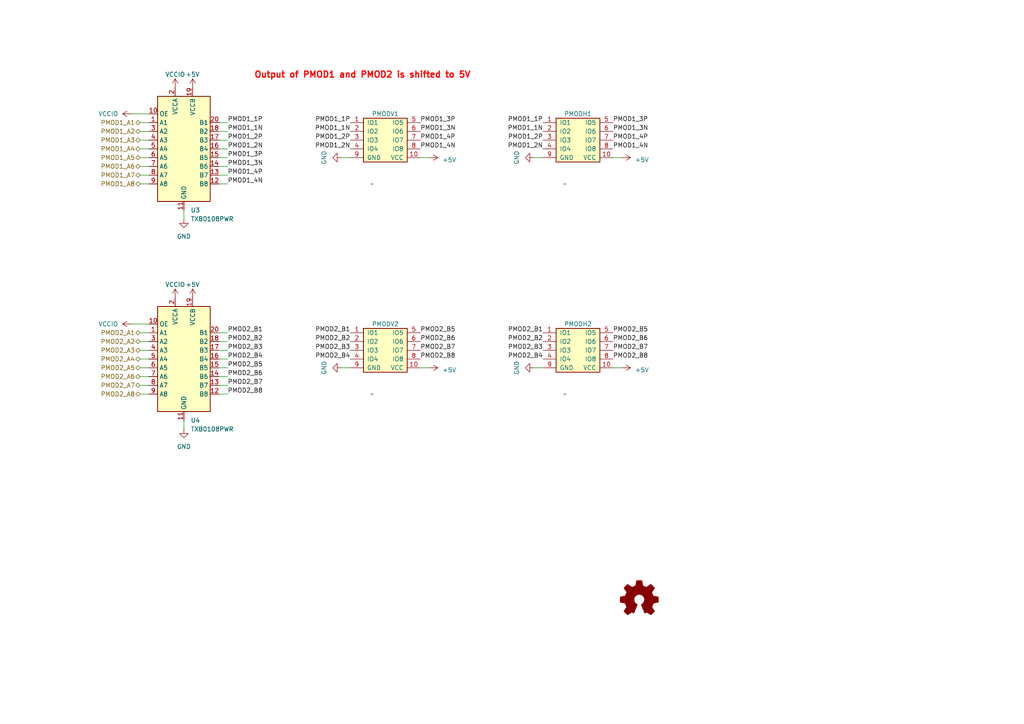
<source format=kicad_sch>
(kicad_sch (version 20230121) (generator eeschema)
  (paper "A4")
  (title_block (title "MicroZed development carrier board") (date "2023-08-19") (rev "4") (comment 1 "               License: BSD 2-Clause License") (comment 3 "               (c) 2023 Viktor Nikolov"))
  (lib_symbols
    (symbol "Graphic:Logo_Open_Hardware_Small" (in_bom no) (on_board no)
      (symbol "Logo_Open_Hardware_Small_0_1"
        (polyline (pts (xy 3.3528 -4.3434) (xy 3.302 -4.318) (xy 3.175 -4.2418) (xy 2.9972 -4.1148) (xy 2.7686 -3.9624) (xy 2.54 -3.81) (xy 2.3622 -3.7084) (xy 2.2352 -3.6068) (xy 2.1844 -3.5814) (xy 2.159 -3.6068) (xy 2.0574 -3.6576) (xy 1.905 -3.7338) (xy 1.8034 -3.7846) (xy 1.6764 -3.8354) (xy 1.6002 -3.8354) (xy 1.6002 -3.8354) (xy 1.5494 -3.7338) (xy 1.4732 -3.5306) (xy 1.3462 -3.302) (xy 1.2446 -3.0226) (xy 1.1176 -2.7178) (xy 0.9652 -2.413) (xy 0.8636 -2.1082) (xy 0.7366 -1.8288) (xy 0.6604 -1.6256) (xy 0.6096 -1.4732) (xy 0.5842 -1.397) (xy 0.5842 -1.397) (xy 0.6604 -1.3208) (xy 0.7874 -1.2446) (xy 1.0414 -1.016) (xy 1.2954 -0.6858) (xy 1.4478 -0.3302) (xy 1.524 0.0762) (xy 1.4732 0.4572) (xy 1.3208 0.8128) (xy 1.0668 1.143) (xy 0.762 1.3716) (xy 0.4064 1.524) (xy 0 1.5748) (xy -0.381 1.5494) (xy -0.7366 1.397) (xy -1.0668 1.143) (xy -1.2192 0.9906) (xy -1.397 0.6604) (xy -1.524 0.3048) (xy -1.524 0.2286) (xy -1.4986 -0.1778) (xy -1.397 -0.5334) (xy -1.1938 -0.8636) (xy -0.9144 -1.143) (xy -0.8636 -1.1684) (xy -0.7366 -1.27) (xy -0.635 -1.3462) (xy -0.5842 -1.397) (xy -1.0668 -2.5908) (xy -1.143 -2.794) (xy -1.2954 -3.1242) (xy -1.397 -3.4036) (xy -1.4986 -3.6322) (xy -1.5748 -3.7846) (xy -1.6002 -3.8354) (xy -1.6002 -3.8354) (xy -1.651 -3.8354) (xy -1.7272 -3.81) (xy -1.905 -3.7338) (xy -2.0066 -3.683) (xy -2.1336 -3.6068) (xy -2.2098 -3.5814) (xy -2.2606 -3.6068) (xy -2.3622 -3.683) (xy -2.54 -3.81) (xy -2.7686 -3.9624) (xy -2.9718 -4.0894) (xy -3.1496 -4.2164) (xy -3.302 -4.318) (xy -3.3528 -4.3434) (xy -3.3782 -4.3434) (xy -3.429 -4.318) (xy -3.5306 -4.2164) (xy -3.7084 -4.064) (xy -3.937 -3.8354) (xy -3.9624 -3.81) (xy -4.1656 -3.6068) (xy -4.318 -3.4544) (xy -4.4196 -3.3274) (xy -4.445 -3.2766) (xy -4.445 -3.2766) (xy -4.4196 -3.2258) (xy -4.318 -3.0734) (xy -4.2164 -2.8956) (xy -4.064 -2.667) (xy -3.6576 -2.0828) (xy -3.8862 -1.5494) (xy -3.937 -1.3716) (xy -4.0386 -1.1684) (xy -4.0894 -1.0414) (xy -4.1148 -0.9652) (xy -4.191 -0.9398) (xy -4.318 -0.9144) (xy -4.5466 -0.8636) (xy -4.8006 -0.8128) (xy -5.0546 -0.7874) (xy -5.2578 -0.7366) (xy -5.4356 -0.7112) (xy -5.5118 -0.6858) (xy -5.5118 -0.6858) (xy -5.5372 -0.635) (xy -5.5372 -0.5588) (xy -5.5372 -0.4318) (xy -5.5626 -0.2286) (xy -5.5626 0.0762) (xy -5.5626 0.127) (xy -5.5372 0.4064) (xy -5.5372 0.635) (xy -5.5372 0.762) (xy -5.5372 0.8382) (xy -5.5372 0.8382) (xy -5.461 0.8382) (xy -5.3086 0.889) (xy -5.08 0.9144) (xy -4.826 0.9652) (xy -4.8006 0.9906) (xy -4.5466 1.0414) (xy -4.318 1.0668) (xy -4.1656 1.1176) (xy -4.0894 1.143) (xy -4.0894 1.143) (xy -4.0386 1.2446) (xy -3.9624 1.4224) (xy -3.8608 1.6256) (xy -3.7846 1.8288) (xy -3.7084 2.0066) (xy -3.6576 2.159) (xy -3.6322 2.2098) (xy -3.6322 2.2098) (xy -3.683 2.286) (xy -3.7592 2.413) (xy -3.8862 2.5908) (xy -4.064 2.8194) (xy -4.064 2.8448) (xy -4.2164 3.0734) (xy -4.3434 3.2512) (xy -4.4196 3.3782) (xy -4.445 3.4544) (xy -4.445 3.4544) (xy -4.3942 3.5052) (xy -4.2926 3.6322) (xy -4.1148 3.81) (xy -3.937 4.0132) (xy -3.8608 4.064) (xy -3.6576 4.2926) (xy -3.5052 4.4196) (xy -3.4036 4.4958) (xy -3.3528 4.5212) (xy -3.3528 4.5212) (xy -3.302 4.4704) (xy -3.1496 4.3688) (xy -2.9718 4.2418) (xy -2.7432 4.0894) (xy -2.7178 4.0894) (xy -2.4892 3.937) (xy -2.3114 3.81) (xy -2.1844 3.7084) (xy -2.1336 3.683) (xy -2.1082 3.683) (xy -2.032 3.7084) (xy -1.8542 3.7592) (xy -1.6764 3.8354) (xy -1.4732 3.937) (xy -1.27 4.0132) (xy -1.143 4.064) (xy -1.0668 4.1148) (xy -1.0668 4.1148) (xy -1.0414 4.191) (xy -1.016 4.3434) (xy -0.9652 4.572) (xy -0.9144 4.8514) (xy -0.889 4.9022) (xy -0.8382 5.1562) (xy -0.8128 5.3848) (xy -0.7874 5.5372) (xy -0.762 5.588) (xy -0.7112 5.6134) (xy -0.5842 5.6134) (xy -0.4064 5.6134) (xy -0.1524 5.6134) (xy 0.0762 5.6134) (xy 0.3302 5.6134) (xy 0.5334 5.6134) (xy 0.6858 5.588) (xy 0.7366 5.588) (xy 0.7366 5.588) (xy 0.762 5.5118) (xy 0.8128 5.334) (xy 0.8382 5.1054) (xy 0.9144 4.826) (xy 0.9144 4.7752) (xy 0.9652 4.5212) (xy 1.016 4.2926) (xy 1.0414 4.1402) (xy 1.0668 4.0894) (xy 1.0668 4.0894) (xy 1.1938 4.0386) (xy 1.3716 3.9624) (xy 1.5748 3.8608) (xy 2.0828 3.6576) (xy 2.7178 4.0894) (xy 2.7686 4.1402) (xy 2.9972 4.2926) (xy 3.175 4.4196) (xy 3.302 4.4958) (xy 3.3782 4.5212) (xy 3.3782 4.5212) (xy 3.429 4.4704) (xy 3.556 4.3434) (xy 3.7338 4.191) (xy 3.9116 3.9878) (xy 4.064 3.8354) (xy 4.2418 3.6576) (xy 4.3434 3.556) (xy 4.4196 3.4798) (xy 4.4196 3.429) (xy 4.4196 3.4036) (xy 4.3942 3.3274) (xy 4.2926 3.2004) (xy 4.1656 2.9972) (xy 4.0132 2.794) (xy 3.8862 2.5908) (xy 3.7592 2.3876) (xy 3.6576 2.2352) (xy 3.6322 2.159) (xy 3.6322 2.1336) (xy 3.683 2.0066) (xy 3.7592 1.8288) (xy 3.8608 1.6002) (xy 4.064 1.1176) (xy 4.3942 1.0414) (xy 4.5974 1.016) (xy 4.8768 0.9652) (xy 5.1308 0.9144) (xy 5.5372 0.8382) (xy 5.5626 -0.6604) (xy 5.4864 -0.6858) (xy 5.4356 -0.6858) (xy 5.2832 -0.7366) (xy 5.0546 -0.762) (xy 4.8006 -0.8128) (xy 4.5974 -0.8636) (xy 4.3688 -0.9144) (xy 4.2164 -0.9398) (xy 4.1402 -0.9398) (xy 4.1148 -0.9652) (xy 4.064 -1.0668) (xy 3.9878 -1.2446) (xy 3.9116 -1.4478) (xy 3.81 -1.651) (xy 3.7338 -1.8542) (xy 3.683 -2.0066) (xy 3.6576 -2.0828) (xy 3.683 -2.1336) (xy 3.7846 -2.2606) (xy 3.8862 -2.4638) (xy 4.0386 -2.667) (xy 4.191 -2.8956) (xy 4.318 -3.0734) (xy 4.3942 -3.2004) (xy 4.445 -3.2766) (xy 4.4196 -3.3274) (xy 4.3434 -3.429) (xy 4.1656 -3.5814) (xy 3.937 -3.8354) (xy 3.8862 -3.8608) (xy 3.683 -4.064) (xy 3.5306 -4.2164) (xy 3.4036 -4.318) (xy 3.3528 -4.3434)) (fill (type outline)))
      )
    )
    (symbol "Viktor_symbols:PMOD_socket" (pin_names (offset 1.016))
      (property "Reference" "J" (at -3.81 10.16 0))
      (symbol "PMOD_socket_1_1"
        (rectangle (start -6.35 8.89) (end 6.35 -3.81) (stroke (width 0.254)) (fill (type background)))
        (pin bidirectional line (at -10.16 7.62 0) (length 3.81) (name "IO1") (number "1"))
        (pin power_in line (at 10.16 -2.54 180) (length 3.81) (name "VCC") (number "10"))
        (pin bidirectional line (at -10.16 5.08 0) (length 3.81) (name "IO2") (number "2"))
        (pin bidirectional line (at -10.16 2.54 0) (length 3.81) (name "IO3") (number "3"))
        (pin bidirectional line (at -10.16 0 0) (length 3.81) (name "IO4") (number "4"))
        (pin bidirectional line (at 10.16 7.62 180) (length 3.81) (name "IO5") (number "5"))
        (pin bidirectional line (at 10.16 5.08 180) (length 3.81) (name "IO6") (number "6"))
        (pin bidirectional line (at 10.16 2.54 180) (length 3.81) (name "IO7") (number "7"))
        (pin bidirectional line (at 10.16 0 180) (length 3.81) (name "IO8") (number "8"))
        (pin power_out line (at -10.16 -2.54 0) (length 3.81) (name "GND") (number "9"))
      )
    )
    (symbol "Viktor_symbols:TXB0108PWR"
      (property "Reference" "U" (at -6.35 16.51 0))
      (property "Value" "TXB0108PWR" (at 3.81 16.51 0))
      (symbol "TXB0108PWR_0_1"
        (rectangle (start -7.62 15.24) (end 7.62 -15.24) (stroke (width 0.254)) (fill (type background)))
      )
      (symbol "TXB0108PWR_1_1"
        (pin bidirectional line (at -10.16 7.62 0) (length 2.54) (name "A1") (number "1"))
        (pin input line (at -10.16 10.16 0) (length 2.54) (name "OE") (number "10"))
        (pin power_in line (at 0 -17.78 90) (length 2.54) (name "GND") (number "11"))
        (pin bidirectional line (at 10.16 -10.16 180) (length 2.54) (name "B8") (number "12"))
        (pin bidirectional line (at 10.16 -7.62 180) (length 2.54) (name "B7") (number "13"))
        (pin bidirectional line (at 10.16 -5.08 180) (length 2.54) (name "B6") (number "14"))
        (pin bidirectional line (at 10.16 -2.54 180) (length 2.54) (name "B5") (number "15"))
        (pin bidirectional line (at 10.16 0 180) (length 2.54) (name "B4") (number "16"))
        (pin bidirectional line (at 10.16 2.54 180) (length 2.54) (name "B3") (number "17"))
        (pin bidirectional line (at 10.16 5.08 180) (length 2.54) (name "B2") (number "18"))
        (pin power_in line (at 2.54 17.78 270) (length 2.54) (name "VCCB") (number "19"))
        (pin power_in line (at -2.54 17.78 270) (length 2.54) (name "VCCA") (number "2"))
        (pin bidirectional line (at 10.16 7.62 180) (length 2.54) (name "B1") (number "20"))
        (pin bidirectional line (at -10.16 5.08 0) (length 2.54) (name "A2") (number "3"))
        (pin bidirectional line (at -10.16 2.54 0) (length 2.54) (name "A3") (number "4"))
        (pin bidirectional line (at -10.16 0 0) (length 2.54) (name "A4") (number "5"))
        (pin bidirectional line (at -10.16 -2.54 0) (length 2.54) (name "A5") (number "6"))
        (pin bidirectional line (at -10.16 -5.08 0) (length 2.54) (name "A6") (number "7"))
        (pin bidirectional line (at -10.16 -7.62 0) (length 2.54) (name "A7") (number "8"))
        (pin bidirectional line (at -10.16 -10.16 0) (length 2.54) (name "A8") (number "9"))
      )
    )
    (symbol "Viktor_symbols:VCCIO" (power) (pin_names (offset 0))
      (property "Value" "VCCIO" (at 0 3.81 0))
      (symbol "VCCIO_0_1"
        (polyline (pts (xy -0.762 1.27) (xy 0 2.54)))
        (polyline (pts (xy 0 0) (xy 0 2.54)))
        (polyline (pts (xy 0 2.54) (xy 0.762 1.27)))
      )
      (symbol "VCCIO_1_1"
        (pin power_in line (at 0 0 90) (length 0) hide (name "VCCIO") (number "1"))
      )
    )
    (symbol "power:+5V" (power) (pin_names (offset 0))
      (property "Value" "+5V" (at 0 3.556 0))
      (symbol "+5V_0_1"
        (polyline (pts (xy -0.762 1.27) (xy 0 2.54)))
        (polyline (pts (xy 0 0) (xy 0 2.54)))
        (polyline (pts (xy 0 2.54) (xy 0.762 1.27)))
      )
      (symbol "+5V_1_1"
        (pin power_in line (at 0 0 90) (length 0) hide (name "+5V") (number "1"))
      )
    )
    (symbol "power:GND" (power) (pin_names (offset 0))
      (property "Value" "GND" (at 0 -3.81 0))
      (symbol "GND_0_1"
        (polyline (pts (xy 0 0) (xy 0 -1.27) (xy 1.27 -1.27) (xy 0 -2.54) (xy -1.27 -1.27) (xy 0 -1.27)))
      )
      (symbol "GND_1_1"
        (pin power_in line (at 0 0 270) (length 0) hide (name "GND") (number "1"))
      )
    )
  )
  (wire (pts (xy 40.64 96.52) (xy 43.18 96.52)))
  (wire (pts (xy 63.5 53.34) (xy 66.04 53.34)))
  (wire (pts (xy 63.5 101.6) (xy 66.04 101.6)))
  (wire (pts (xy 40.64 109.22) (xy 43.18 109.22)))
  (wire (pts (xy 38.1 33.02) (xy 43.18 33.02)))
  (wire (pts (xy 63.5 104.14) (xy 66.04 104.14)))
  (wire (pts (xy 40.64 38.1) (xy 43.18 38.1)))
  (wire (pts (xy 63.5 111.76) (xy 66.04 111.76)))
  (wire (pts (xy 154.94 45.72) (xy 157.48 45.72)))
  (wire (pts (xy 177.8 45.72) (xy 180.34 45.72)))
  (wire (pts (xy 40.64 111.76) (xy 43.18 111.76)))
  (wire (pts (xy 63.5 106.68) (xy 66.04 106.68)))
  (wire (pts (xy 63.5 50.8) (xy 66.04 50.8)))
  (wire (pts (xy 63.5 48.26) (xy 66.04 48.26)))
  (wire (pts (xy 121.92 106.68) (xy 124.46 106.68)))
  (wire (pts (xy 154.94 106.68) (xy 157.48 106.68)))
  (wire (pts (xy 40.64 106.68) (xy 43.18 106.68)))
  (wire (pts (xy 40.64 104.14) (xy 43.18 104.14)))
  (wire (pts (xy 40.64 50.8) (xy 43.18 50.8)))
  (wire (pts (xy 53.34 63.5) (xy 53.34 60.96)))
  (wire (pts (xy 40.64 114.3) (xy 43.18 114.3)))
  (wire (pts (xy 63.5 38.1) (xy 66.04 38.1)))
  (wire (pts (xy 38.1 93.98) (xy 43.18 93.98)))
  (wire (pts (xy 40.64 53.34) (xy 43.18 53.34)))
  (wire (pts (xy 63.5 45.72) (xy 66.04 45.72)))
  (wire (pts (xy 40.64 40.64) (xy 43.18 40.64)))
  (wire (pts (xy 40.64 43.18) (xy 43.18 43.18)))
  (wire (pts (xy 40.64 101.6) (xy 43.18 101.6)))
  (wire (pts (xy 177.8 106.68) (xy 180.34 106.68)))
  (wire (pts (xy 121.92 45.72) (xy 124.46 45.72)))
  (wire (pts (xy 63.5 40.64) (xy 66.04 40.64)))
  (wire (pts (xy 63.5 43.18) (xy 66.04 43.18)))
  (wire (pts (xy 63.5 35.56) (xy 66.04 35.56)))
  (wire (pts (xy 63.5 114.3) (xy 66.04 114.3)))
  (wire (pts (xy 63.5 109.22) (xy 66.04 109.22)))
  (wire (pts (xy 99.06 106.68) (xy 101.6 106.68)))
  (wire (pts (xy 99.06 45.72) (xy 101.6 45.72)))
  (wire (pts (xy 40.64 48.26) (xy 43.18 48.26)))
  (wire (pts (xy 63.5 96.52) (xy 66.04 96.52)))
  (wire (pts (xy 40.64 99.06) (xy 43.18 99.06)))
  (wire (pts (xy 40.64 45.72) (xy 43.18 45.72)))
  (wire (pts (xy 40.64 35.56) (xy 43.18 35.56)))
  (wire (pts (xy 53.34 124.46) (xy 53.34 121.92)))
  (wire (pts (xy 63.5 99.06) (xy 66.04 99.06)))
  (text "Output of PMOD1 and PMOD2 is shifted to 5V" (at 73.66 22.86 0) (effects (font (size 1.778 1.778) (thickness 0.3556) bold) (justify left bottom)))
  (label "PMOD2_B4" (at 157.48 104.14 180))
  (label "PMOD2_B2" (at 66.04 99.06 0))
  (label "PMOD1_1N" (at 66.04 38.1 0))
  (label "PMOD1_1N" (at 101.6 38.1 180))
  (label "PMOD2_B7" (at 177.8 101.6 0))
  (label "PMOD1_1N" (at 157.48 38.1 180))
  (label "PMOD2_B7" (at 66.04 111.76 0))
  (label "PMOD1_3N" (at 66.04 48.26 0))
  (label "PMOD2_B5" (at 177.8 96.52 0))
  (label "PMOD1_3P" (at 121.92 35.56 0))
  (label "PMOD1_1P" (at 66.04 35.56 0))
  (label "PMOD2_B6" (at 177.8 99.06 0))
  (label "PMOD1_4N" (at 66.04 53.34 0))
  (label "PMOD1_4P" (at 66.04 50.8 0))
  (label "PMOD1_1P" (at 101.6 35.56 180))
  (label "PMOD2_B8" (at 177.8 104.14 0))
  (label "PMOD1_3P" (at 66.04 45.72 0))
  (label "PMOD1_4P" (at 121.92 40.64 0))
  (label "PMOD2_B6" (at 66.04 109.22 0))
  (label "PMOD2_B8" (at 121.92 104.14 0))
  (label "PMOD2_B1" (at 157.48 96.52 180))
  (label "PMOD1_3P" (at 177.8 35.56 0))
  (label "PMOD2_B3" (at 101.6 101.6 180))
  (label "PMOD2_B7" (at 121.92 101.6 0))
  (label "PMOD2_B3" (at 157.48 101.6 180))
  (label "PMOD1_2N" (at 101.6 43.18 180))
  (label "PMOD1_3N" (at 177.8 38.1 0))
  (label "PMOD2_B4" (at 101.6 104.14 180))
  (label "PMOD2_B8" (at 66.04 114.3 0))
  (label "PMOD2_B6" (at 121.92 99.06 0))
  (label "PMOD1_2N" (at 157.48 43.18 180))
  (label "PMOD2_B4" (at 66.04 104.14 0))
  (label "PMOD1_1P" (at 157.48 35.56 180))
  (label "PMOD1_4N" (at 121.92 43.18 0))
  (label "PMOD2_B1" (at 101.6 96.52 180))
  (label "PMOD1_2P" (at 157.48 40.64 180))
  (label "PMOD1_2P" (at 66.04 40.64 0))
  (label "PMOD2_B2" (at 157.48 99.06 180))
  (label "PMOD1_4P" (at 177.8 40.64 0))
  (label "PMOD1_3N" (at 121.92 38.1 0))
  (label "PMOD1_2N" (at 66.04 43.18 0))
  (label "PMOD2_B5" (at 121.92 96.52 0))
  (label "PMOD2_B3" (at 66.04 101.6 0))
  (label "PMOD2_B5" (at 66.04 106.68 0))
  (label "PMOD2_B2" (at 101.6 99.06 180))
  (label "PMOD2_B1" (at 66.04 96.52 0))
  (label "PMOD1_4N" (at 177.8 43.18 0))
  (label "PMOD1_2P" (at 101.6 40.64 180))
  (hierarchical_label "PMOD1_A7" (shape bidirectional) (at 40.64 50.8 180))
  (hierarchical_label "PMOD1_A8" (shape bidirectional) (at 40.64 53.34 180))
  (hierarchical_label "PMOD1_A5" (shape bidirectional) (at 40.64 45.72 180))
  (hierarchical_label "PMOD2_A6" (shape bidirectional) (at 40.64 109.22 180))
  (hierarchical_label "PMOD1_A6" (shape bidirectional) (at 40.64 48.26 180))
  (hierarchical_label "PMOD2_A1" (shape bidirectional) (at 40.64 96.52 180))
  (hierarchical_label "PMOD1_A4" (shape bidirectional) (at 40.64 43.18 180))
  (hierarchical_label "PMOD1_A2" (shape bidirectional) (at 40.64 38.1 180))
  (hierarchical_label "PMOD2_A7" (shape bidirectional) (at 40.64 111.76 180))
  (hierarchical_label "PMOD1_A3" (shape bidirectional) (at 40.64 40.64 180))
  (hierarchical_label "PMOD2_A4" (shape bidirectional) (at 40.64 104.14 180))
  (hierarchical_label "PMOD1_A1" (shape bidirectional) (at 40.64 35.56 180))
  (hierarchical_label "PMOD2_A2" (shape bidirectional) (at 40.64 99.06 180))
  (hierarchical_label "PMOD2_A8" (shape bidirectional) (at 40.64 114.3 180))
  (hierarchical_label "PMOD2_A5" (shape bidirectional) (at 40.64 106.68 180))
  (hierarchical_label "PMOD2_A3" (shape bidirectional) (at 40.64 101.6 180))
  (symbol (lib_id "power:+5V") (at 55.88 86.36 0) (unit 1)
    (property "Reference" "#PWR012" (effects hide))
    (property "Value" "+5V" (at 55.88 82.55 0))
    (instances (project "MicroZed_carrier_board_v4" (path "" (reference "#PWR012") (unit 1)) (path "" (reference "#PWR077") (unit 1))))
  )
  (symbol (lib_id "power:+5V") (at 124.46 106.68 270) (unit 1)
    (property "Reference" "#PWR012" (effects hide))
    (property "Value" "+5V" (at 128.27 107.315 90) (effects (justify left)))
    (instances (project "MicroZed_carrier_board_v4" (path "" (reference "#PWR012") (unit 1)) (path "" (reference "#PWR087") (unit 1))))
  )
  (symbol (lib_id "Viktor_symbols:PMOD_socket") (at 111.76 43.18 0) (unit 1) (in_bom no)
    (property "Reference" "PMODV1" (at 111.76 33.02 0))
    (property "Value" "~" (at 107.95 53.34 0))
    (property "Footprint" "Viktor:PMOD_Socket_Vertical" (effects hide))
  )
  (symbol (lib_id "Viktor_symbols:VCCIO") (at 50.8 86.36 0) (unit 1)
    (property "Reference" "#PWR075" (effects hide))
    (property "Value" "VCCIO" (at 50.8 82.55 0))
  )
  (symbol (lib_id "power:GND") (at 53.34 63.5 0) (unit 1)
    (property "Reference" "#PWR073" (effects hide))
    (property "Value" "GND" (at 53.34 68.58 0))
  )
  (symbol (lib_id "Viktor_symbols:TXB0108PWR") (at 53.34 43.18 0) (unit 1)
    (property "Reference" "U3" (at 55.2959 60.96 0) (effects (justify left)))
    (property "Value" "TXB0108PWR" (at 55.2959 63.5 0) (effects (justify left)))
    (property "Footprint" "Viktor:TSSOP-20_L6.5-W4.4-P0.65-LS6.4-BL" (effects hide))
    (property "Datasheet" "https://jlcpcb.com/partdetail/TexasInstruments-TXB0108PWR/C53406" (effects hide))
    (property "LCSC" "C53406" (effects hide))
  )
  (symbol (lib_id "Viktor_symbols:VCCIO") (at 50.8 25.4 0) (unit 1)
    (property "Reference" "#PWR074" (effects hide))
    (property "Value" "VCCIO" (at 50.8 21.59 0))
  )
  (symbol (lib_id "power:GND") (at 154.94 45.72 270) (unit 1)
    (property "Reference" "#PWR081" (effects hide))
    (property "Value" "GND" (at 149.86 45.72 0))
  )
  (symbol (lib_id "power:+5V") (at 180.34 45.72 270) (unit 1)
    (property "Reference" "#PWR012" (effects hide))
    (property "Value" "+5V" (at 184.15 46.355 90) (effects (justify left)))
    (instances (project "MicroZed_carrier_board_v4" (path "" (reference "#PWR012") (unit 1)) (path "" (reference "#PWR086") (unit 1))))
  )
  (symbol (lib_id "power:+5V") (at 124.46 45.72 270) (unit 1)
    (property "Reference" "#PWR012" (effects hide))
    (property "Value" "+5V" (at 128.27 46.355 90) (effects (justify left)))
    (instances (project "MicroZed_carrier_board_v4" (path "" (reference "#PWR012") (unit 1)) (path "" (reference "#PWR085") (unit 1))))
  )
  (symbol (lib_id "Viktor_symbols:PMOD_socket") (at 167.64 43.18 0) (unit 1) (in_bom no)
    (property "Reference" "PMODH1" (at 167.64 33.02 0))
    (property "Value" "~" (at 163.83 53.34 0))
    (property "Footprint" "Viktor:PMOD_Socket_Horizontal" (effects hide))
  )
  (symbol (lib_id "power:+5V") (at 180.34 106.68 270) (unit 1)
    (property "Reference" "#PWR012" (effects hide))
    (property "Value" "+5V" (at 184.15 107.315 90) (effects (justify left)))
    (instances (project "MicroZed_carrier_board_v4" (path "" (reference "#PWR012") (unit 1)) (path "" (reference "#PWR088") (unit 1))))
  )
  (symbol (lib_id "power:+5V") (at 55.88 25.4 0) (unit 1)
    (property "Reference" "#PWR012" (effects hide))
    (property "Value" "+5V" (at 55.88 21.59 0))
    (instances (project "MicroZed_carrier_board_v4" (path "" (reference "#PWR012") (unit 1)) (path "" (reference "#PWR076") (unit 1))))
  )
  (symbol (lib_id "Viktor_symbols:VCCIO") (at 38.1 33.02 90) (unit 1)
    (property "Reference" "#PWR080" (effects hide))
    (property "Value" "VCCIO" (at 34.29 33.02 90) (effects (justify left)))
  )
  (symbol (lib_id "Viktor_symbols:VCCIO") (at 38.1 93.98 90) (unit 1)
    (property "Reference" "#PWR079" (effects hide))
    (property "Value" "VCCIO" (at 34.29 93.98 90) (effects (justify left)))
  )
  (symbol (lib_id "power:GND") (at 99.06 106.68 270) (unit 1)
    (property "Reference" "#PWR084" (effects hide))
    (property "Value" "GND" (at 93.98 106.68 0))
  )
  (symbol (lib_id "power:GND") (at 154.94 106.68 270) (unit 1)
    (property "Reference" "#PWR083" (effects hide))
    (property "Value" "GND" (at 149.86 106.68 0))
  )
  (symbol (lib_id "Viktor_symbols:PMOD_socket") (at 111.76 104.14 0) (unit 1) (in_bom no)
    (property "Reference" "PMODV2" (at 111.76 93.98 0))
    (property "Value" "~" (at 107.95 114.3 0))
    (property "Footprint" "Viktor:PMOD_Socket_Vertical" (effects hide))
  )
  (symbol (lib_id "power:GND") (at 53.34 124.46 0) (unit 1)
    (property "Reference" "#PWR078" (effects hide))
    (property "Value" "GND" (at 53.34 129.54 0))
  )
  (symbol (lib_id "Viktor_symbols:PMOD_socket") (at 167.64 104.14 0) (unit 1) (in_bom no)
    (property "Reference" "PMODH2" (at 167.64 93.98 0))
    (property "Value" "~" (at 163.83 114.3 0))
    (property "Footprint" "Viktor:PMOD_Socket_Horizontal" (effects hide))
  )
  (symbol (lib_id "Viktor_symbols:TXB0108PWR") (at 53.34 104.14 0) (unit 1)
    (property "Reference" "U4" (at 55.2959 121.92 0) (effects (justify left)))
    (property "Value" "TXB0108PWR" (at 55.2959 124.46 0) (effects (justify left)))
    (property "Footprint" "Viktor:TSSOP-20_L6.5-W4.4-P0.65-LS6.4-BL" (effects hide))
    (property "Datasheet" "https://jlcpcb.com/partdetail/TexasInstruments-TXB0108PWR/C53406" (effects hide))
    (property "LCSC" "C53406" (effects hide))
  )
  (symbol (lib_id "Graphic:Logo_Open_Hardware_Small") (at 185.42 173.99 0) (unit 1) (in_bom no) (on_board no)
    (property "Reference" "#SYM1" (effects hide))
    (property "Value" "Logo_Open_Hardware_Small" (effects hide))
    (property "Sim.Enable" "0" (effects hide))
    (instances (project "MicroZed_carrier_board_v4" (path "" (reference "#SYM1") (unit 1)) (path "" (reference "#SYM4") (unit 1))))
  )
  (symbol (lib_id "power:GND") (at 99.06 45.72 270) (unit 1)
    (property "Reference" "#PWR082" (effects hide))
    (property "Value" "GND" (at 93.98 45.72 0))
  )
)
</source>
